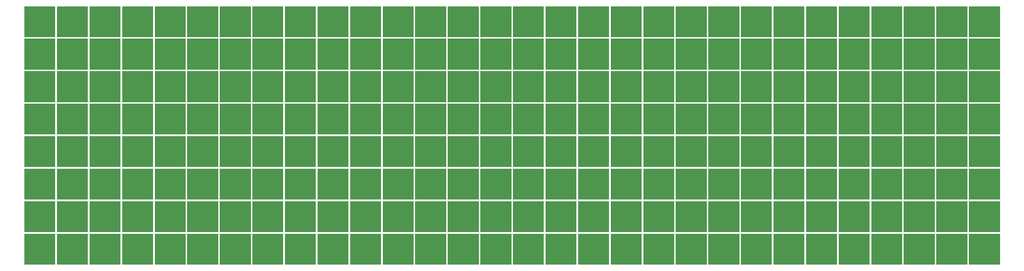
<source format=gts>
G04 #@! TF.GenerationSoftware,KiCad,Pcbnew,6.0.8+dfsg-1~bpo11+1*
G04 #@! TF.CreationDate,2023-03-24T18:51:06-04:00*
G04 #@! TF.ProjectId,06_8x15_diamond_for_trackpad,30365f38-7831-4355-9f64-69616d6f6e64,rev?*
G04 #@! TF.SameCoordinates,Original*
G04 #@! TF.FileFunction,Soldermask,Top*
G04 #@! TF.FilePolarity,Negative*
%FSLAX46Y46*%
G04 Gerber Fmt 4.6, Leading zero omitted, Abs format (unit mm)*
G04 Created by KiCad (PCBNEW 6.0.8+dfsg-1~bpo11+1) date 2023-03-24 18:51:06*
%MOMM*%
%LPD*%
G01*
G04 APERTURE LIST*
G04 APERTURE END LIST*
G36*
X123600000Y-86125000D02*
G01*
X129300000Y-86125000D01*
X129300000Y-91825000D01*
X123600000Y-91825000D01*
X123600000Y-86125000D01*
G37*
G36*
X195600000Y-62125000D02*
G01*
X201300000Y-62125000D01*
X201300000Y-67825000D01*
X195600000Y-67825000D01*
X195600000Y-62125000D01*
G37*
G36*
X147600000Y-80125000D02*
G01*
X153300000Y-80125000D01*
X153300000Y-85825000D01*
X147600000Y-85825000D01*
X147600000Y-80125000D01*
G37*
G36*
X87600000Y-74125000D02*
G01*
X93300000Y-74125000D01*
X93300000Y-79825000D01*
X87600000Y-79825000D01*
X87600000Y-74125000D01*
G37*
G36*
X141600000Y-80125000D02*
G01*
X147300000Y-80125000D01*
X147300000Y-85825000D01*
X141600000Y-85825000D01*
X141600000Y-80125000D01*
G37*
G36*
X69600000Y-62125000D02*
G01*
X75300000Y-62125000D01*
X75300000Y-67825000D01*
X69600000Y-67825000D01*
X69600000Y-62125000D01*
G37*
G36*
X171600000Y-62125000D02*
G01*
X177300000Y-62125000D01*
X177300000Y-67825000D01*
X171600000Y-67825000D01*
X171600000Y-62125000D01*
G37*
G36*
X219600000Y-74125000D02*
G01*
X225300000Y-74125000D01*
X225300000Y-79825000D01*
X219600000Y-79825000D01*
X219600000Y-74125000D01*
G37*
G36*
X135600000Y-74125000D02*
G01*
X141300000Y-74125000D01*
X141300000Y-79825000D01*
X135600000Y-79825000D01*
X135600000Y-74125000D01*
G37*
G36*
X105600000Y-92125000D02*
G01*
X111300000Y-92125000D01*
X111300000Y-97825000D01*
X105600000Y-97825000D01*
X105600000Y-92125000D01*
G37*
G36*
X147600000Y-62125000D02*
G01*
X153300000Y-62125000D01*
X153300000Y-67825000D01*
X147600000Y-67825000D01*
X147600000Y-62125000D01*
G37*
G36*
X123600000Y-80125000D02*
G01*
X129300000Y-80125000D01*
X129300000Y-85825000D01*
X123600000Y-85825000D01*
X123600000Y-80125000D01*
G37*
G36*
X159600000Y-56125000D02*
G01*
X165300000Y-56125000D01*
X165300000Y-61825000D01*
X159600000Y-61825000D01*
X159600000Y-56125000D01*
G37*
G36*
X105600000Y-68125000D02*
G01*
X111300000Y-68125000D01*
X111300000Y-73825000D01*
X105600000Y-73825000D01*
X105600000Y-68125000D01*
G37*
G36*
X63600000Y-56125000D02*
G01*
X69300000Y-56125000D01*
X69300000Y-61825000D01*
X63600000Y-61825000D01*
X63600000Y-56125000D01*
G37*
G36*
X99600000Y-62125000D02*
G01*
X105300000Y-62125000D01*
X105300000Y-67825000D01*
X99600000Y-67825000D01*
X99600000Y-62125000D01*
G37*
G36*
X69600000Y-92125000D02*
G01*
X75300000Y-92125000D01*
X75300000Y-97825000D01*
X69600000Y-97825000D01*
X69600000Y-92125000D01*
G37*
G36*
X105600000Y-80125000D02*
G01*
X111300000Y-80125000D01*
X111300000Y-85825000D01*
X105600000Y-85825000D01*
X105600000Y-80125000D01*
G37*
G36*
X81600000Y-92125000D02*
G01*
X87300000Y-92125000D01*
X87300000Y-97825000D01*
X81600000Y-97825000D01*
X81600000Y-92125000D01*
G37*
G36*
X129600000Y-98125000D02*
G01*
X135300000Y-98125000D01*
X135300000Y-103825000D01*
X129600000Y-103825000D01*
X129600000Y-98125000D01*
G37*
G36*
X75600000Y-86125000D02*
G01*
X81300000Y-86125000D01*
X81300000Y-91825000D01*
X75600000Y-91825000D01*
X75600000Y-86125000D01*
G37*
G36*
X75600000Y-62125000D02*
G01*
X81300000Y-62125000D01*
X81300000Y-67825000D01*
X75600000Y-67825000D01*
X75600000Y-62125000D01*
G37*
G36*
X75600000Y-68125000D02*
G01*
X81300000Y-68125000D01*
X81300000Y-73825000D01*
X75600000Y-73825000D01*
X75600000Y-68125000D01*
G37*
G36*
X231600000Y-56125000D02*
G01*
X237300000Y-56125000D01*
X237300000Y-61825000D01*
X231600000Y-61825000D01*
X231600000Y-56125000D01*
G37*
G36*
X201600000Y-92125000D02*
G01*
X207300000Y-92125000D01*
X207300000Y-97825000D01*
X201600000Y-97825000D01*
X201600000Y-92125000D01*
G37*
G36*
X111600000Y-56125000D02*
G01*
X117300000Y-56125000D01*
X117300000Y-61825000D01*
X111600000Y-61825000D01*
X111600000Y-56125000D01*
G37*
G36*
X63600000Y-86125000D02*
G01*
X69300000Y-86125000D01*
X69300000Y-91825000D01*
X63600000Y-91825000D01*
X63600000Y-86125000D01*
G37*
G36*
X195600000Y-74125000D02*
G01*
X201300000Y-74125000D01*
X201300000Y-79825000D01*
X195600000Y-79825000D01*
X195600000Y-74125000D01*
G37*
G36*
X63600000Y-92125000D02*
G01*
X69300000Y-92125000D01*
X69300000Y-97825000D01*
X63600000Y-97825000D01*
X63600000Y-92125000D01*
G37*
G36*
X117600000Y-68125000D02*
G01*
X123300000Y-68125000D01*
X123300000Y-73825000D01*
X117600000Y-73825000D01*
X117600000Y-68125000D01*
G37*
G36*
X231600000Y-68125000D02*
G01*
X237300000Y-68125000D01*
X237300000Y-73825000D01*
X231600000Y-73825000D01*
X231600000Y-68125000D01*
G37*
G36*
X147600000Y-68125000D02*
G01*
X153300000Y-68125000D01*
X153300000Y-73825000D01*
X147600000Y-73825000D01*
X147600000Y-68125000D01*
G37*
G36*
X81600000Y-98125000D02*
G01*
X87300000Y-98125000D01*
X87300000Y-103825000D01*
X81600000Y-103825000D01*
X81600000Y-98125000D01*
G37*
G36*
X147600000Y-56125000D02*
G01*
X153300000Y-56125000D01*
X153300000Y-61825000D01*
X147600000Y-61825000D01*
X147600000Y-56125000D01*
G37*
G36*
X213600000Y-86125000D02*
G01*
X219300000Y-86125000D01*
X219300000Y-91825000D01*
X213600000Y-91825000D01*
X213600000Y-86125000D01*
G37*
G36*
X75600000Y-56125000D02*
G01*
X81300000Y-56125000D01*
X81300000Y-61825000D01*
X75600000Y-61825000D01*
X75600000Y-56125000D01*
G37*
G36*
X117600000Y-86125000D02*
G01*
X123300000Y-86125000D01*
X123300000Y-91825000D01*
X117600000Y-91825000D01*
X117600000Y-86125000D01*
G37*
G36*
X165600000Y-62125000D02*
G01*
X171300000Y-62125000D01*
X171300000Y-67825000D01*
X165600000Y-67825000D01*
X165600000Y-62125000D01*
G37*
G36*
X63600000Y-74125000D02*
G01*
X69300000Y-74125000D01*
X69300000Y-79825000D01*
X63600000Y-79825000D01*
X63600000Y-74125000D01*
G37*
G36*
X165600000Y-98125000D02*
G01*
X171300000Y-98125000D01*
X171300000Y-103825000D01*
X165600000Y-103825000D01*
X165600000Y-98125000D01*
G37*
G36*
X135600000Y-86125000D02*
G01*
X141300000Y-86125000D01*
X141300000Y-91825000D01*
X135600000Y-91825000D01*
X135600000Y-86125000D01*
G37*
G36*
X213600000Y-80125000D02*
G01*
X219300000Y-80125000D01*
X219300000Y-85825000D01*
X213600000Y-85825000D01*
X213600000Y-80125000D01*
G37*
G36*
X207600000Y-68125000D02*
G01*
X213300000Y-68125000D01*
X213300000Y-73825000D01*
X207600000Y-73825000D01*
X207600000Y-68125000D01*
G37*
G36*
X213600000Y-98125000D02*
G01*
X219300000Y-98125000D01*
X219300000Y-103825000D01*
X213600000Y-103825000D01*
X213600000Y-98125000D01*
G37*
G36*
X117600000Y-92125000D02*
G01*
X123300000Y-92125000D01*
X123300000Y-97825000D01*
X117600000Y-97825000D01*
X117600000Y-92125000D01*
G37*
G36*
X105600000Y-74125000D02*
G01*
X111300000Y-74125000D01*
X111300000Y-79825000D01*
X105600000Y-79825000D01*
X105600000Y-74125000D01*
G37*
G36*
X93600000Y-74125000D02*
G01*
X99300000Y-74125000D01*
X99300000Y-79825000D01*
X93600000Y-79825000D01*
X93600000Y-74125000D01*
G37*
G36*
X135600000Y-98125000D02*
G01*
X141300000Y-98125000D01*
X141300000Y-103825000D01*
X135600000Y-103825000D01*
X135600000Y-98125000D01*
G37*
G36*
X123600000Y-92125000D02*
G01*
X129300000Y-92125000D01*
X129300000Y-97825000D01*
X123600000Y-97825000D01*
X123600000Y-92125000D01*
G37*
G36*
X93600000Y-92125000D02*
G01*
X99300000Y-92125000D01*
X99300000Y-97825000D01*
X93600000Y-97825000D01*
X93600000Y-92125000D01*
G37*
G36*
X237600000Y-92125000D02*
G01*
X243300000Y-92125000D01*
X243300000Y-97825000D01*
X237600000Y-97825000D01*
X237600000Y-92125000D01*
G37*
G36*
X99600000Y-80125000D02*
G01*
X105300000Y-80125000D01*
X105300000Y-85825000D01*
X99600000Y-85825000D01*
X99600000Y-80125000D01*
G37*
G36*
X141600000Y-86125000D02*
G01*
X147300000Y-86125000D01*
X147300000Y-91825000D01*
X141600000Y-91825000D01*
X141600000Y-86125000D01*
G37*
G36*
X69600000Y-74125000D02*
G01*
X75300000Y-74125000D01*
X75300000Y-79825000D01*
X69600000Y-79825000D01*
X69600000Y-74125000D01*
G37*
G36*
X207600000Y-62125000D02*
G01*
X213300000Y-62125000D01*
X213300000Y-67825000D01*
X207600000Y-67825000D01*
X207600000Y-62125000D01*
G37*
G36*
X129600000Y-68125000D02*
G01*
X135300000Y-68125000D01*
X135300000Y-73825000D01*
X129600000Y-73825000D01*
X129600000Y-68125000D01*
G37*
G36*
X99600000Y-68125000D02*
G01*
X105300000Y-68125000D01*
X105300000Y-73825000D01*
X99600000Y-73825000D01*
X99600000Y-68125000D01*
G37*
G36*
X183600000Y-80125000D02*
G01*
X189300000Y-80125000D01*
X189300000Y-85825000D01*
X183600000Y-85825000D01*
X183600000Y-80125000D01*
G37*
G36*
X207600000Y-86125000D02*
G01*
X213300000Y-86125000D01*
X213300000Y-91825000D01*
X207600000Y-91825000D01*
X207600000Y-86125000D01*
G37*
G36*
X189600000Y-98125000D02*
G01*
X195300000Y-98125000D01*
X195300000Y-103825000D01*
X189600000Y-103825000D01*
X189600000Y-98125000D01*
G37*
G36*
X237600000Y-80125000D02*
G01*
X243300000Y-80125000D01*
X243300000Y-85825000D01*
X237600000Y-85825000D01*
X237600000Y-80125000D01*
G37*
G36*
X231600000Y-62125000D02*
G01*
X237300000Y-62125000D01*
X237300000Y-67825000D01*
X231600000Y-67825000D01*
X231600000Y-62125000D01*
G37*
G36*
X177600000Y-80125000D02*
G01*
X183300000Y-80125000D01*
X183300000Y-85825000D01*
X177600000Y-85825000D01*
X177600000Y-80125000D01*
G37*
G36*
X93600000Y-56125000D02*
G01*
X99300000Y-56125000D01*
X99300000Y-61825000D01*
X93600000Y-61825000D01*
X93600000Y-56125000D01*
G37*
G36*
X135600000Y-56125000D02*
G01*
X141300000Y-56125000D01*
X141300000Y-61825000D01*
X135600000Y-61825000D01*
X135600000Y-56125000D01*
G37*
G36*
X183600000Y-56125000D02*
G01*
X189300000Y-56125000D01*
X189300000Y-61825000D01*
X183600000Y-61825000D01*
X183600000Y-56125000D01*
G37*
G36*
X189600000Y-86125000D02*
G01*
X195300000Y-86125000D01*
X195300000Y-91825000D01*
X189600000Y-91825000D01*
X189600000Y-86125000D01*
G37*
G36*
X159600000Y-86125000D02*
G01*
X165300000Y-86125000D01*
X165300000Y-91825000D01*
X159600000Y-91825000D01*
X159600000Y-86125000D01*
G37*
G36*
X165600000Y-56125000D02*
G01*
X171300000Y-56125000D01*
X171300000Y-61825000D01*
X165600000Y-61825000D01*
X165600000Y-56125000D01*
G37*
G36*
X189600000Y-68125000D02*
G01*
X195300000Y-68125000D01*
X195300000Y-73825000D01*
X189600000Y-73825000D01*
X189600000Y-68125000D01*
G37*
G36*
X141600000Y-92125000D02*
G01*
X147300000Y-92125000D01*
X147300000Y-97825000D01*
X141600000Y-97825000D01*
X141600000Y-92125000D01*
G37*
G36*
X123600000Y-98125000D02*
G01*
X129300000Y-98125000D01*
X129300000Y-103825000D01*
X123600000Y-103825000D01*
X123600000Y-98125000D01*
G37*
G36*
X225600000Y-56125000D02*
G01*
X231300000Y-56125000D01*
X231300000Y-61825000D01*
X225600000Y-61825000D01*
X225600000Y-56125000D01*
G37*
G36*
X111600000Y-62125000D02*
G01*
X117300000Y-62125000D01*
X117300000Y-67825000D01*
X111600000Y-67825000D01*
X111600000Y-62125000D01*
G37*
G36*
X69600000Y-98125000D02*
G01*
X75300000Y-98125000D01*
X75300000Y-103825000D01*
X69600000Y-103825000D01*
X69600000Y-98125000D01*
G37*
G36*
X87600000Y-56125000D02*
G01*
X93300000Y-56125000D01*
X93300000Y-61825000D01*
X87600000Y-61825000D01*
X87600000Y-56125000D01*
G37*
G36*
X81600000Y-74125000D02*
G01*
X87300000Y-74125000D01*
X87300000Y-79825000D01*
X81600000Y-79825000D01*
X81600000Y-74125000D01*
G37*
G36*
X189600000Y-74125000D02*
G01*
X195300000Y-74125000D01*
X195300000Y-79825000D01*
X189600000Y-79825000D01*
X189600000Y-74125000D01*
G37*
G36*
X123600000Y-74125000D02*
G01*
X129300000Y-74125000D01*
X129300000Y-79825000D01*
X123600000Y-79825000D01*
X123600000Y-74125000D01*
G37*
G36*
X75600000Y-80125000D02*
G01*
X81300000Y-80125000D01*
X81300000Y-85825000D01*
X75600000Y-85825000D01*
X75600000Y-80125000D01*
G37*
G36*
X153600000Y-98125000D02*
G01*
X159300000Y-98125000D01*
X159300000Y-103825000D01*
X153600000Y-103825000D01*
X153600000Y-98125000D01*
G37*
G36*
X177600000Y-98125000D02*
G01*
X183300000Y-98125000D01*
X183300000Y-103825000D01*
X177600000Y-103825000D01*
X177600000Y-98125000D01*
G37*
G36*
X87600000Y-68125000D02*
G01*
X93300000Y-68125000D01*
X93300000Y-73825000D01*
X87600000Y-73825000D01*
X87600000Y-68125000D01*
G37*
G36*
X225600000Y-86125000D02*
G01*
X231300000Y-86125000D01*
X231300000Y-91825000D01*
X225600000Y-91825000D01*
X225600000Y-86125000D01*
G37*
G36*
X225600000Y-80125000D02*
G01*
X231300000Y-80125000D01*
X231300000Y-85825000D01*
X225600000Y-85825000D01*
X225600000Y-80125000D01*
G37*
G36*
X237600000Y-86125000D02*
G01*
X243300000Y-86125000D01*
X243300000Y-91825000D01*
X237600000Y-91825000D01*
X237600000Y-86125000D01*
G37*
G36*
X159600000Y-68125000D02*
G01*
X165300000Y-68125000D01*
X165300000Y-73825000D01*
X159600000Y-73825000D01*
X159600000Y-68125000D01*
G37*
G36*
X195600000Y-56125000D02*
G01*
X201300000Y-56125000D01*
X201300000Y-61825000D01*
X195600000Y-61825000D01*
X195600000Y-56125000D01*
G37*
G36*
X195600000Y-68125000D02*
G01*
X201300000Y-68125000D01*
X201300000Y-73825000D01*
X195600000Y-73825000D01*
X195600000Y-68125000D01*
G37*
G36*
X135600000Y-80125000D02*
G01*
X141300000Y-80125000D01*
X141300000Y-85825000D01*
X135600000Y-85825000D01*
X135600000Y-80125000D01*
G37*
G36*
X219600000Y-68125000D02*
G01*
X225300000Y-68125000D01*
X225300000Y-73825000D01*
X219600000Y-73825000D01*
X219600000Y-68125000D01*
G37*
G36*
X201600000Y-56125000D02*
G01*
X207300000Y-56125000D01*
X207300000Y-61825000D01*
X201600000Y-61825000D01*
X201600000Y-56125000D01*
G37*
G36*
X105600000Y-62125000D02*
G01*
X111300000Y-62125000D01*
X111300000Y-67825000D01*
X105600000Y-67825000D01*
X105600000Y-62125000D01*
G37*
G36*
X195600000Y-98125000D02*
G01*
X201300000Y-98125000D01*
X201300000Y-103825000D01*
X195600000Y-103825000D01*
X195600000Y-98125000D01*
G37*
G36*
X171600000Y-98125000D02*
G01*
X177300000Y-98125000D01*
X177300000Y-103825000D01*
X171600000Y-103825000D01*
X171600000Y-98125000D01*
G37*
G36*
X231600000Y-80125000D02*
G01*
X237300000Y-80125000D01*
X237300000Y-85825000D01*
X231600000Y-85825000D01*
X231600000Y-80125000D01*
G37*
G36*
X207600000Y-74125000D02*
G01*
X213300000Y-74125000D01*
X213300000Y-79825000D01*
X207600000Y-79825000D01*
X207600000Y-74125000D01*
G37*
G36*
X213600000Y-92125000D02*
G01*
X219300000Y-92125000D01*
X219300000Y-97825000D01*
X213600000Y-97825000D01*
X213600000Y-92125000D01*
G37*
G36*
X69600000Y-86125000D02*
G01*
X75300000Y-86125000D01*
X75300000Y-91825000D01*
X69600000Y-91825000D01*
X69600000Y-86125000D01*
G37*
G36*
X153600000Y-86125000D02*
G01*
X159300000Y-86125000D01*
X159300000Y-91825000D01*
X153600000Y-91825000D01*
X153600000Y-86125000D01*
G37*
G36*
X93600000Y-80125000D02*
G01*
X99300000Y-80125000D01*
X99300000Y-85825000D01*
X93600000Y-85825000D01*
X93600000Y-80125000D01*
G37*
G36*
X153600000Y-92125000D02*
G01*
X159300000Y-92125000D01*
X159300000Y-97825000D01*
X153600000Y-97825000D01*
X153600000Y-92125000D01*
G37*
G36*
X177600000Y-56125000D02*
G01*
X183300000Y-56125000D01*
X183300000Y-61825000D01*
X177600000Y-61825000D01*
X177600000Y-56125000D01*
G37*
G36*
X171600000Y-68125000D02*
G01*
X177300000Y-68125000D01*
X177300000Y-73825000D01*
X171600000Y-73825000D01*
X171600000Y-68125000D01*
G37*
G36*
X93600000Y-62125000D02*
G01*
X99300000Y-62125000D01*
X99300000Y-67825000D01*
X93600000Y-67825000D01*
X93600000Y-62125000D01*
G37*
G36*
X201600000Y-80125000D02*
G01*
X207300000Y-80125000D01*
X207300000Y-85825000D01*
X201600000Y-85825000D01*
X201600000Y-80125000D01*
G37*
G36*
X225600000Y-92125000D02*
G01*
X231300000Y-92125000D01*
X231300000Y-97825000D01*
X225600000Y-97825000D01*
X225600000Y-92125000D01*
G37*
G36*
X225600000Y-74125000D02*
G01*
X231300000Y-74125000D01*
X231300000Y-79825000D01*
X225600000Y-79825000D01*
X225600000Y-74125000D01*
G37*
G36*
X135600000Y-62125000D02*
G01*
X141300000Y-62125000D01*
X141300000Y-67825000D01*
X135600000Y-67825000D01*
X135600000Y-62125000D01*
G37*
G36*
X69600000Y-56125000D02*
G01*
X75300000Y-56125000D01*
X75300000Y-61825000D01*
X69600000Y-61825000D01*
X69600000Y-56125000D01*
G37*
G36*
X81600000Y-68125000D02*
G01*
X87300000Y-68125000D01*
X87300000Y-73825000D01*
X81600000Y-73825000D01*
X81600000Y-68125000D01*
G37*
G36*
X165600000Y-92125000D02*
G01*
X171300000Y-92125000D01*
X171300000Y-97825000D01*
X165600000Y-97825000D01*
X165600000Y-92125000D01*
G37*
G36*
X183600000Y-68125000D02*
G01*
X189300000Y-68125000D01*
X189300000Y-73825000D01*
X183600000Y-73825000D01*
X183600000Y-68125000D01*
G37*
G36*
X93600000Y-86125000D02*
G01*
X99300000Y-86125000D01*
X99300000Y-91825000D01*
X93600000Y-91825000D01*
X93600000Y-86125000D01*
G37*
G36*
X75600000Y-74125000D02*
G01*
X81300000Y-74125000D01*
X81300000Y-79825000D01*
X75600000Y-79825000D01*
X75600000Y-74125000D01*
G37*
G36*
X129600000Y-92125000D02*
G01*
X135300000Y-92125000D01*
X135300000Y-97825000D01*
X129600000Y-97825000D01*
X129600000Y-92125000D01*
G37*
G36*
X117600000Y-62125000D02*
G01*
X123300000Y-62125000D01*
X123300000Y-67825000D01*
X117600000Y-67825000D01*
X117600000Y-62125000D01*
G37*
G36*
X183600000Y-62125000D02*
G01*
X189300000Y-62125000D01*
X189300000Y-67825000D01*
X183600000Y-67825000D01*
X183600000Y-62125000D01*
G37*
G36*
X219600000Y-56125000D02*
G01*
X225300000Y-56125000D01*
X225300000Y-61825000D01*
X219600000Y-61825000D01*
X219600000Y-56125000D01*
G37*
G36*
X159600000Y-62125000D02*
G01*
X165300000Y-62125000D01*
X165300000Y-67825000D01*
X159600000Y-67825000D01*
X159600000Y-62125000D01*
G37*
G36*
X117600000Y-74125000D02*
G01*
X123300000Y-74125000D01*
X123300000Y-79825000D01*
X117600000Y-79825000D01*
X117600000Y-74125000D01*
G37*
G36*
X81600000Y-62125000D02*
G01*
X87300000Y-62125000D01*
X87300000Y-67825000D01*
X81600000Y-67825000D01*
X81600000Y-62125000D01*
G37*
G36*
X147600000Y-98125000D02*
G01*
X153300000Y-98125000D01*
X153300000Y-103825000D01*
X147600000Y-103825000D01*
X147600000Y-98125000D01*
G37*
G36*
X165600000Y-86125000D02*
G01*
X171300000Y-86125000D01*
X171300000Y-91825000D01*
X165600000Y-91825000D01*
X165600000Y-86125000D01*
G37*
G36*
X81600000Y-86125000D02*
G01*
X87300000Y-86125000D01*
X87300000Y-91825000D01*
X81600000Y-91825000D01*
X81600000Y-86125000D01*
G37*
G36*
X147600000Y-74125000D02*
G01*
X153300000Y-74125000D01*
X153300000Y-79825000D01*
X147600000Y-79825000D01*
X147600000Y-74125000D01*
G37*
G36*
X201600000Y-62125000D02*
G01*
X207300000Y-62125000D01*
X207300000Y-67825000D01*
X201600000Y-67825000D01*
X201600000Y-62125000D01*
G37*
G36*
X117600000Y-56125000D02*
G01*
X123300000Y-56125000D01*
X123300000Y-61825000D01*
X117600000Y-61825000D01*
X117600000Y-56125000D01*
G37*
G36*
X75600000Y-92125000D02*
G01*
X81300000Y-92125000D01*
X81300000Y-97825000D01*
X75600000Y-97825000D01*
X75600000Y-92125000D01*
G37*
G36*
X225600000Y-98125000D02*
G01*
X231300000Y-98125000D01*
X231300000Y-103825000D01*
X225600000Y-103825000D01*
X225600000Y-98125000D01*
G37*
G36*
X219600000Y-80125000D02*
G01*
X225300000Y-80125000D01*
X225300000Y-85825000D01*
X219600000Y-85825000D01*
X219600000Y-80125000D01*
G37*
G36*
X195600000Y-80125000D02*
G01*
X201300000Y-80125000D01*
X201300000Y-85825000D01*
X195600000Y-85825000D01*
X195600000Y-80125000D01*
G37*
G36*
X201600000Y-86125000D02*
G01*
X207300000Y-86125000D01*
X207300000Y-91825000D01*
X201600000Y-91825000D01*
X201600000Y-86125000D01*
G37*
G36*
X99600000Y-92125000D02*
G01*
X105300000Y-92125000D01*
X105300000Y-97825000D01*
X99600000Y-97825000D01*
X99600000Y-92125000D01*
G37*
G36*
X63600000Y-68125000D02*
G01*
X69300000Y-68125000D01*
X69300000Y-73825000D01*
X63600000Y-73825000D01*
X63600000Y-68125000D01*
G37*
G36*
X81600000Y-80125000D02*
G01*
X87300000Y-80125000D01*
X87300000Y-85825000D01*
X81600000Y-85825000D01*
X81600000Y-80125000D01*
G37*
G36*
X165600000Y-68125000D02*
G01*
X171300000Y-68125000D01*
X171300000Y-73825000D01*
X165600000Y-73825000D01*
X165600000Y-68125000D01*
G37*
G36*
X171600000Y-86125000D02*
G01*
X177300000Y-86125000D01*
X177300000Y-91825000D01*
X171600000Y-91825000D01*
X171600000Y-86125000D01*
G37*
G36*
X231600000Y-74125000D02*
G01*
X237300000Y-74125000D01*
X237300000Y-79825000D01*
X231600000Y-79825000D01*
X231600000Y-74125000D01*
G37*
G36*
X177600000Y-86125000D02*
G01*
X183300000Y-86125000D01*
X183300000Y-91825000D01*
X177600000Y-91825000D01*
X177600000Y-86125000D01*
G37*
G36*
X219600000Y-98125000D02*
G01*
X225300000Y-98125000D01*
X225300000Y-103825000D01*
X219600000Y-103825000D01*
X219600000Y-98125000D01*
G37*
G36*
X159600000Y-92125000D02*
G01*
X165300000Y-92125000D01*
X165300000Y-97825000D01*
X159600000Y-97825000D01*
X159600000Y-92125000D01*
G37*
G36*
X183600000Y-86125000D02*
G01*
X189300000Y-86125000D01*
X189300000Y-91825000D01*
X183600000Y-91825000D01*
X183600000Y-86125000D01*
G37*
G36*
X189600000Y-92125000D02*
G01*
X195300000Y-92125000D01*
X195300000Y-97825000D01*
X189600000Y-97825000D01*
X189600000Y-92125000D01*
G37*
G36*
X153600000Y-80125000D02*
G01*
X159300000Y-80125000D01*
X159300000Y-85825000D01*
X153600000Y-85825000D01*
X153600000Y-80125000D01*
G37*
G36*
X123600000Y-56125000D02*
G01*
X129300000Y-56125000D01*
X129300000Y-61825000D01*
X123600000Y-61825000D01*
X123600000Y-56125000D01*
G37*
G36*
X75600000Y-98125000D02*
G01*
X81300000Y-98125000D01*
X81300000Y-103825000D01*
X75600000Y-103825000D01*
X75600000Y-98125000D01*
G37*
G36*
X201600000Y-98125000D02*
G01*
X207300000Y-98125000D01*
X207300000Y-103825000D01*
X201600000Y-103825000D01*
X201600000Y-98125000D01*
G37*
G36*
X105600000Y-98125000D02*
G01*
X111300000Y-98125000D01*
X111300000Y-103825000D01*
X105600000Y-103825000D01*
X105600000Y-98125000D01*
G37*
G36*
X153600000Y-68125000D02*
G01*
X159300000Y-68125000D01*
X159300000Y-73825000D01*
X153600000Y-73825000D01*
X153600000Y-68125000D01*
G37*
G36*
X141600000Y-68125000D02*
G01*
X147300000Y-68125000D01*
X147300000Y-73825000D01*
X141600000Y-73825000D01*
X141600000Y-68125000D01*
G37*
G36*
X177600000Y-92125000D02*
G01*
X183300000Y-92125000D01*
X183300000Y-97825000D01*
X177600000Y-97825000D01*
X177600000Y-92125000D01*
G37*
G36*
X231600000Y-98125000D02*
G01*
X237300000Y-98125000D01*
X237300000Y-103825000D01*
X231600000Y-103825000D01*
X231600000Y-98125000D01*
G37*
G36*
X111600000Y-86125000D02*
G01*
X117300000Y-86125000D01*
X117300000Y-91825000D01*
X111600000Y-91825000D01*
X111600000Y-86125000D01*
G37*
G36*
X183600000Y-92125000D02*
G01*
X189300000Y-92125000D01*
X189300000Y-97825000D01*
X183600000Y-97825000D01*
X183600000Y-92125000D01*
G37*
G36*
X141600000Y-98125000D02*
G01*
X147300000Y-98125000D01*
X147300000Y-103825000D01*
X141600000Y-103825000D01*
X141600000Y-98125000D01*
G37*
G36*
X129600000Y-86125000D02*
G01*
X135300000Y-86125000D01*
X135300000Y-91825000D01*
X129600000Y-91825000D01*
X129600000Y-86125000D01*
G37*
G36*
X69600000Y-80125000D02*
G01*
X75300000Y-80125000D01*
X75300000Y-85825000D01*
X69600000Y-85825000D01*
X69600000Y-80125000D01*
G37*
G36*
X213600000Y-56125000D02*
G01*
X219300000Y-56125000D01*
X219300000Y-61825000D01*
X213600000Y-61825000D01*
X213600000Y-56125000D01*
G37*
G36*
X201600000Y-68125000D02*
G01*
X207300000Y-68125000D01*
X207300000Y-73825000D01*
X201600000Y-73825000D01*
X201600000Y-68125000D01*
G37*
G36*
X111600000Y-68125000D02*
G01*
X117300000Y-68125000D01*
X117300000Y-73825000D01*
X111600000Y-73825000D01*
X111600000Y-68125000D01*
G37*
G36*
X183600000Y-98125000D02*
G01*
X189300000Y-98125000D01*
X189300000Y-103825000D01*
X183600000Y-103825000D01*
X183600000Y-98125000D01*
G37*
G36*
X237600000Y-74125000D02*
G01*
X243300000Y-74125000D01*
X243300000Y-79825000D01*
X237600000Y-79825000D01*
X237600000Y-74125000D01*
G37*
G36*
X141600000Y-62125000D02*
G01*
X147300000Y-62125000D01*
X147300000Y-67825000D01*
X141600000Y-67825000D01*
X141600000Y-62125000D01*
G37*
G36*
X63600000Y-98125000D02*
G01*
X69300000Y-98125000D01*
X69300000Y-103825000D01*
X63600000Y-103825000D01*
X63600000Y-98125000D01*
G37*
G36*
X63600000Y-62125000D02*
G01*
X69300000Y-62125000D01*
X69300000Y-67825000D01*
X63600000Y-67825000D01*
X63600000Y-62125000D01*
G37*
G36*
X165600000Y-74125000D02*
G01*
X171300000Y-74125000D01*
X171300000Y-79825000D01*
X165600000Y-79825000D01*
X165600000Y-74125000D01*
G37*
G36*
X189600000Y-56125000D02*
G01*
X195300000Y-56125000D01*
X195300000Y-61825000D01*
X189600000Y-61825000D01*
X189600000Y-56125000D01*
G37*
G36*
X111600000Y-98125000D02*
G01*
X117300000Y-98125000D01*
X117300000Y-103825000D01*
X111600000Y-103825000D01*
X111600000Y-98125000D01*
G37*
G36*
X159600000Y-98125000D02*
G01*
X165300000Y-98125000D01*
X165300000Y-103825000D01*
X159600000Y-103825000D01*
X159600000Y-98125000D01*
G37*
G36*
X87600000Y-80125000D02*
G01*
X93300000Y-80125000D01*
X93300000Y-85825000D01*
X87600000Y-85825000D01*
X87600000Y-80125000D01*
G37*
G36*
X93600000Y-98125000D02*
G01*
X99300000Y-98125000D01*
X99300000Y-103825000D01*
X93600000Y-103825000D01*
X93600000Y-98125000D01*
G37*
G36*
X117600000Y-98125000D02*
G01*
X123300000Y-98125000D01*
X123300000Y-103825000D01*
X117600000Y-103825000D01*
X117600000Y-98125000D01*
G37*
G36*
X159600000Y-74125000D02*
G01*
X165300000Y-74125000D01*
X165300000Y-79825000D01*
X159600000Y-79825000D01*
X159600000Y-74125000D01*
G37*
G36*
X171600000Y-92125000D02*
G01*
X177300000Y-92125000D01*
X177300000Y-97825000D01*
X171600000Y-97825000D01*
X171600000Y-92125000D01*
G37*
G36*
X141600000Y-56125000D02*
G01*
X147300000Y-56125000D01*
X147300000Y-61825000D01*
X141600000Y-61825000D01*
X141600000Y-56125000D01*
G37*
G36*
X105600000Y-86125000D02*
G01*
X111300000Y-86125000D01*
X111300000Y-91825000D01*
X105600000Y-91825000D01*
X105600000Y-86125000D01*
G37*
G36*
X225600000Y-62125000D02*
G01*
X231300000Y-62125000D01*
X231300000Y-67825000D01*
X225600000Y-67825000D01*
X225600000Y-62125000D01*
G37*
G36*
X147600000Y-92125000D02*
G01*
X153300000Y-92125000D01*
X153300000Y-97825000D01*
X147600000Y-97825000D01*
X147600000Y-92125000D01*
G37*
G36*
X123600000Y-62125000D02*
G01*
X129300000Y-62125000D01*
X129300000Y-67825000D01*
X123600000Y-67825000D01*
X123600000Y-62125000D01*
G37*
G36*
X111600000Y-80125000D02*
G01*
X117300000Y-80125000D01*
X117300000Y-85825000D01*
X111600000Y-85825000D01*
X111600000Y-80125000D01*
G37*
G36*
X219600000Y-86125000D02*
G01*
X225300000Y-86125000D01*
X225300000Y-91825000D01*
X219600000Y-91825000D01*
X219600000Y-86125000D01*
G37*
G36*
X147600000Y-86125000D02*
G01*
X153300000Y-86125000D01*
X153300000Y-91825000D01*
X147600000Y-91825000D01*
X147600000Y-86125000D01*
G37*
G36*
X201600000Y-74125000D02*
G01*
X207300000Y-74125000D01*
X207300000Y-79825000D01*
X201600000Y-79825000D01*
X201600000Y-74125000D01*
G37*
G36*
X171600000Y-56125000D02*
G01*
X177300000Y-56125000D01*
X177300000Y-61825000D01*
X171600000Y-61825000D01*
X171600000Y-56125000D01*
G37*
G36*
X87600000Y-86125000D02*
G01*
X93300000Y-86125000D01*
X93300000Y-91825000D01*
X87600000Y-91825000D01*
X87600000Y-86125000D01*
G37*
G36*
X153600000Y-62125000D02*
G01*
X159300000Y-62125000D01*
X159300000Y-67825000D01*
X153600000Y-67825000D01*
X153600000Y-62125000D01*
G37*
G36*
X99600000Y-74125000D02*
G01*
X105300000Y-74125000D01*
X105300000Y-79825000D01*
X99600000Y-79825000D01*
X99600000Y-74125000D01*
G37*
G36*
X81600000Y-56125000D02*
G01*
X87300000Y-56125000D01*
X87300000Y-61825000D01*
X81600000Y-61825000D01*
X81600000Y-56125000D01*
G37*
G36*
X207600000Y-80125000D02*
G01*
X213300000Y-80125000D01*
X213300000Y-85825000D01*
X207600000Y-85825000D01*
X207600000Y-80125000D01*
G37*
G36*
X99600000Y-86125000D02*
G01*
X105300000Y-86125000D01*
X105300000Y-91825000D01*
X99600000Y-91825000D01*
X99600000Y-86125000D01*
G37*
G36*
X153600000Y-74125000D02*
G01*
X159300000Y-74125000D01*
X159300000Y-79825000D01*
X153600000Y-79825000D01*
X153600000Y-74125000D01*
G37*
G36*
X93600000Y-68125000D02*
G01*
X99300000Y-68125000D01*
X99300000Y-73825000D01*
X93600000Y-73825000D01*
X93600000Y-68125000D01*
G37*
G36*
X129600000Y-80125000D02*
G01*
X135300000Y-80125000D01*
X135300000Y-85825000D01*
X129600000Y-85825000D01*
X129600000Y-80125000D01*
G37*
G36*
X69600000Y-68125000D02*
G01*
X75300000Y-68125000D01*
X75300000Y-73825000D01*
X69600000Y-73825000D01*
X69600000Y-68125000D01*
G37*
G36*
X195600000Y-86125000D02*
G01*
X201300000Y-86125000D01*
X201300000Y-91825000D01*
X195600000Y-91825000D01*
X195600000Y-86125000D01*
G37*
G36*
X135600000Y-92125000D02*
G01*
X141300000Y-92125000D01*
X141300000Y-97825000D01*
X135600000Y-97825000D01*
X135600000Y-92125000D01*
G37*
G36*
X63600000Y-80125000D02*
G01*
X69300000Y-80125000D01*
X69300000Y-85825000D01*
X63600000Y-85825000D01*
X63600000Y-80125000D01*
G37*
G36*
X219600000Y-92125000D02*
G01*
X225300000Y-92125000D01*
X225300000Y-97825000D01*
X219600000Y-97825000D01*
X219600000Y-92125000D01*
G37*
G36*
X141600000Y-74125000D02*
G01*
X147300000Y-74125000D01*
X147300000Y-79825000D01*
X141600000Y-79825000D01*
X141600000Y-74125000D01*
G37*
G36*
X237600000Y-98125000D02*
G01*
X243300000Y-98125000D01*
X243300000Y-103825000D01*
X237600000Y-103825000D01*
X237600000Y-98125000D01*
G37*
G36*
X213600000Y-62125000D02*
G01*
X219300000Y-62125000D01*
X219300000Y-67825000D01*
X213600000Y-67825000D01*
X213600000Y-62125000D01*
G37*
G36*
X237600000Y-62125000D02*
G01*
X243300000Y-62125000D01*
X243300000Y-67825000D01*
X237600000Y-67825000D01*
X237600000Y-62125000D01*
G37*
G36*
X117600000Y-80125000D02*
G01*
X123300000Y-80125000D01*
X123300000Y-85825000D01*
X117600000Y-85825000D01*
X117600000Y-80125000D01*
G37*
G36*
X105600000Y-56125000D02*
G01*
X111300000Y-56125000D01*
X111300000Y-61825000D01*
X105600000Y-61825000D01*
X105600000Y-56125000D01*
G37*
G36*
X99600000Y-98125000D02*
G01*
X105300000Y-98125000D01*
X105300000Y-103825000D01*
X99600000Y-103825000D01*
X99600000Y-98125000D01*
G37*
G36*
X87600000Y-62125000D02*
G01*
X93300000Y-62125000D01*
X93300000Y-67825000D01*
X87600000Y-67825000D01*
X87600000Y-62125000D01*
G37*
G36*
X237600000Y-56125000D02*
G01*
X243300000Y-56125000D01*
X243300000Y-61825000D01*
X237600000Y-61825000D01*
X237600000Y-56125000D01*
G37*
G36*
X189600000Y-80125000D02*
G01*
X195300000Y-80125000D01*
X195300000Y-85825000D01*
X189600000Y-85825000D01*
X189600000Y-80125000D01*
G37*
G36*
X225600000Y-68125000D02*
G01*
X231300000Y-68125000D01*
X231300000Y-73825000D01*
X225600000Y-73825000D01*
X225600000Y-68125000D01*
G37*
G36*
X231600000Y-86125000D02*
G01*
X237300000Y-86125000D01*
X237300000Y-91825000D01*
X231600000Y-91825000D01*
X231600000Y-86125000D01*
G37*
G36*
X183600000Y-74125000D02*
G01*
X189300000Y-74125000D01*
X189300000Y-79825000D01*
X183600000Y-79825000D01*
X183600000Y-74125000D01*
G37*
G36*
X177600000Y-62125000D02*
G01*
X183300000Y-62125000D01*
X183300000Y-67825000D01*
X177600000Y-67825000D01*
X177600000Y-62125000D01*
G37*
G36*
X153600000Y-56125000D02*
G01*
X159300000Y-56125000D01*
X159300000Y-61825000D01*
X153600000Y-61825000D01*
X153600000Y-56125000D01*
G37*
G36*
X195600000Y-92125000D02*
G01*
X201300000Y-92125000D01*
X201300000Y-97825000D01*
X195600000Y-97825000D01*
X195600000Y-92125000D01*
G37*
G36*
X129600000Y-62125000D02*
G01*
X135300000Y-62125000D01*
X135300000Y-67825000D01*
X129600000Y-67825000D01*
X129600000Y-62125000D01*
G37*
G36*
X87600000Y-98125000D02*
G01*
X93300000Y-98125000D01*
X93300000Y-103825000D01*
X87600000Y-103825000D01*
X87600000Y-98125000D01*
G37*
G36*
X159600000Y-80125000D02*
G01*
X165300000Y-80125000D01*
X165300000Y-85825000D01*
X159600000Y-85825000D01*
X159600000Y-80125000D01*
G37*
G36*
X111600000Y-74125000D02*
G01*
X117300000Y-74125000D01*
X117300000Y-79825000D01*
X111600000Y-79825000D01*
X111600000Y-74125000D01*
G37*
G36*
X189600000Y-62125000D02*
G01*
X195300000Y-62125000D01*
X195300000Y-67825000D01*
X189600000Y-67825000D01*
X189600000Y-62125000D01*
G37*
G36*
X177600000Y-74125000D02*
G01*
X183300000Y-74125000D01*
X183300000Y-79825000D01*
X177600000Y-79825000D01*
X177600000Y-74125000D01*
G37*
G36*
X171600000Y-80125000D02*
G01*
X177300000Y-80125000D01*
X177300000Y-85825000D01*
X171600000Y-85825000D01*
X171600000Y-80125000D01*
G37*
G36*
X123600000Y-68125000D02*
G01*
X129300000Y-68125000D01*
X129300000Y-73825000D01*
X123600000Y-73825000D01*
X123600000Y-68125000D01*
G37*
G36*
X213600000Y-74125000D02*
G01*
X219300000Y-74125000D01*
X219300000Y-79825000D01*
X213600000Y-79825000D01*
X213600000Y-74125000D01*
G37*
G36*
X135600000Y-68125000D02*
G01*
X141300000Y-68125000D01*
X141300000Y-73825000D01*
X135600000Y-73825000D01*
X135600000Y-68125000D01*
G37*
G36*
X87600000Y-92125000D02*
G01*
X93300000Y-92125000D01*
X93300000Y-97825000D01*
X87600000Y-97825000D01*
X87600000Y-92125000D01*
G37*
G36*
X171600000Y-74125000D02*
G01*
X177300000Y-74125000D01*
X177300000Y-79825000D01*
X171600000Y-79825000D01*
X171600000Y-74125000D01*
G37*
G36*
X177600000Y-68125000D02*
G01*
X183300000Y-68125000D01*
X183300000Y-73825000D01*
X177600000Y-73825000D01*
X177600000Y-68125000D01*
G37*
G36*
X129600000Y-56125000D02*
G01*
X135300000Y-56125000D01*
X135300000Y-61825000D01*
X129600000Y-61825000D01*
X129600000Y-56125000D01*
G37*
G36*
X207600000Y-56125000D02*
G01*
X213300000Y-56125000D01*
X213300000Y-61825000D01*
X207600000Y-61825000D01*
X207600000Y-56125000D01*
G37*
G36*
X99600000Y-56125000D02*
G01*
X105300000Y-56125000D01*
X105300000Y-61825000D01*
X99600000Y-61825000D01*
X99600000Y-56125000D01*
G37*
G36*
X129600000Y-74125000D02*
G01*
X135300000Y-74125000D01*
X135300000Y-79825000D01*
X129600000Y-79825000D01*
X129600000Y-74125000D01*
G37*
G36*
X111600000Y-92125000D02*
G01*
X117300000Y-92125000D01*
X117300000Y-97825000D01*
X111600000Y-97825000D01*
X111600000Y-92125000D01*
G37*
G36*
X165600000Y-80125000D02*
G01*
X171300000Y-80125000D01*
X171300000Y-85825000D01*
X165600000Y-85825000D01*
X165600000Y-80125000D01*
G37*
G36*
X207600000Y-92125000D02*
G01*
X213300000Y-92125000D01*
X213300000Y-97825000D01*
X207600000Y-97825000D01*
X207600000Y-92125000D01*
G37*
G36*
X207600000Y-98125000D02*
G01*
X213300000Y-98125000D01*
X213300000Y-103825000D01*
X207600000Y-103825000D01*
X207600000Y-98125000D01*
G37*
G36*
X219600000Y-62125000D02*
G01*
X225300000Y-62125000D01*
X225300000Y-67825000D01*
X219600000Y-67825000D01*
X219600000Y-62125000D01*
G37*
G36*
X213600000Y-68125000D02*
G01*
X219300000Y-68125000D01*
X219300000Y-73825000D01*
X213600000Y-73825000D01*
X213600000Y-68125000D01*
G37*
G36*
X237600000Y-68125000D02*
G01*
X243300000Y-68125000D01*
X243300000Y-73825000D01*
X237600000Y-73825000D01*
X237600000Y-68125000D01*
G37*
G36*
X231600000Y-92125000D02*
G01*
X237300000Y-92125000D01*
X237300000Y-97825000D01*
X231600000Y-97825000D01*
X231600000Y-92125000D01*
G37*
M02*

</source>
